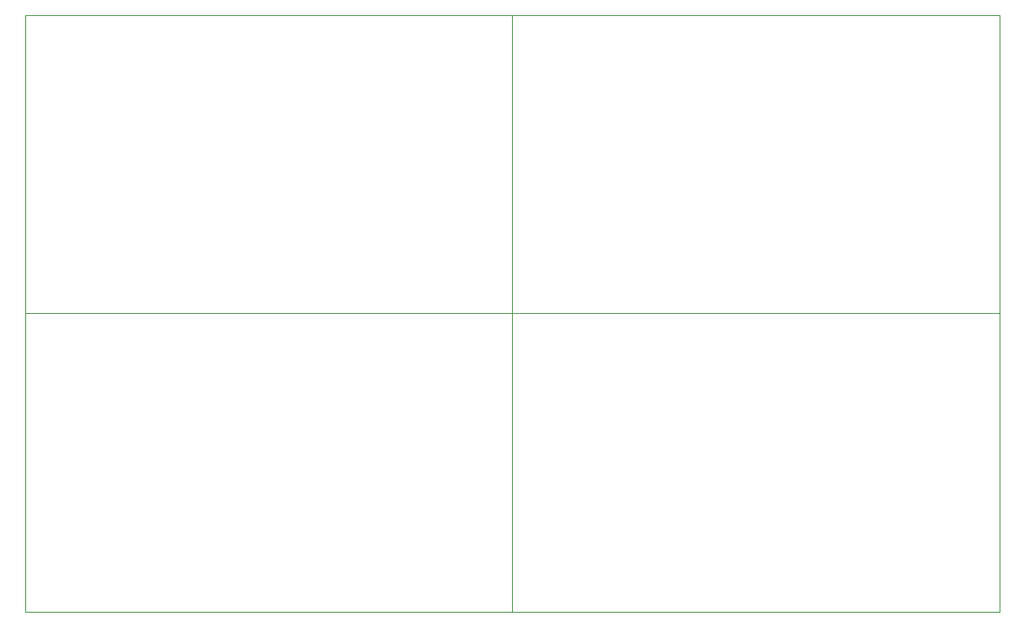
<source format=gbr>
G04 (created by PCBNEW (2013-08-24 BZR 4298)-stable) date Sat 07 Jun 2014 09:10:14 PM PDT*
%MOIN*%
G04 Gerber Fmt 3.4, Leading zero omitted, Abs format*
%FSLAX34Y34*%
G01*
G70*
G90*
G04 APERTURE LIST*
%ADD10C,0.005906*%
%ADD11C,0.003937*%
G04 APERTURE END LIST*
G54D10*
G54D11*
X44685Y-43700D02*
X63976Y-43700D01*
X63976Y-43700D02*
X63976Y-55511D01*
X63976Y-55511D02*
X44685Y-55511D01*
X44685Y-55511D02*
X44685Y-43700D01*
X63976Y-55511D02*
X63976Y-43700D01*
X83267Y-55511D02*
X63976Y-55511D01*
X83267Y-43700D02*
X83267Y-55511D01*
X63976Y-43700D02*
X83267Y-43700D01*
X63976Y-31889D02*
X83267Y-31889D01*
X83267Y-31889D02*
X83267Y-43700D01*
X83267Y-43700D02*
X63976Y-43700D01*
X63976Y-43700D02*
X63976Y-31889D01*
X44685Y-43700D02*
X44685Y-31889D01*
X63976Y-43700D02*
X44685Y-43700D01*
X63976Y-31889D02*
X63976Y-43700D01*
X44685Y-31889D02*
X63976Y-31889D01*
M02*

</source>
